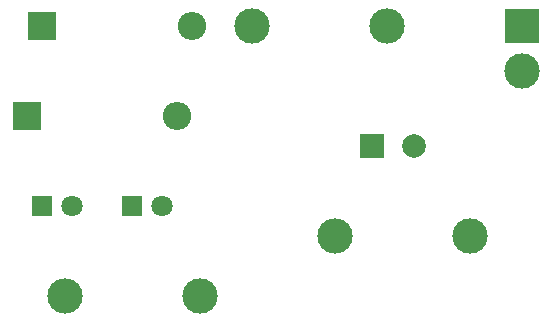
<source format=gbr>
%TF.GenerationSoftware,KiCad,Pcbnew,(6.0.4)*%
%TF.CreationDate,2022-05-29T20:56:59+05:30*%
%TF.ProjectId,bike turning signal indicator circuit,62696b65-2074-4757-926e-696e67207369,rev?*%
%TF.SameCoordinates,Original*%
%TF.FileFunction,Copper,L2,Bot*%
%TF.FilePolarity,Positive*%
%FSLAX46Y46*%
G04 Gerber Fmt 4.6, Leading zero omitted, Abs format (unit mm)*
G04 Created by KiCad (PCBNEW (6.0.4)) date 2022-05-29 20:56:59*
%MOMM*%
%LPD*%
G01*
G04 APERTURE LIST*
%TA.AperFunction,ComponentPad*%
%ADD10R,2.400000X2.400000*%
%TD*%
%TA.AperFunction,ComponentPad*%
%ADD11O,2.400000X2.400000*%
%TD*%
%TA.AperFunction,ComponentPad*%
%ADD12C,3.000000*%
%TD*%
%TA.AperFunction,ComponentPad*%
%ADD13O,3.000000X3.000000*%
%TD*%
%TA.AperFunction,ComponentPad*%
%ADD14R,1.800000X1.800000*%
%TD*%
%TA.AperFunction,ComponentPad*%
%ADD15C,1.800000*%
%TD*%
%TA.AperFunction,ComponentPad*%
%ADD16R,2.000000X2.000000*%
%TD*%
%TA.AperFunction,ComponentPad*%
%ADD17C,2.000000*%
%TD*%
%TA.AperFunction,ComponentPad*%
%ADD18R,3.000000X3.000000*%
%TD*%
G04 APERTURE END LIST*
D10*
%TO.P,D3,1,K*%
%TO.N,Net-(D3-Pad1)*%
X106680000Y-60960000D03*
D11*
%TO.P,D3,2,A*%
%TO.N,Net-(D2-Pad2)*%
X119380000Y-60960000D03*
%TD*%
D12*
%TO.P,R3,1*%
%TO.N,Net-(R2-Pad2)*%
X124460000Y-60960000D03*
D13*
%TO.P,R3,2*%
%TO.N,Net-(C1-Pad1)*%
X135860000Y-60960000D03*
%TD*%
D14*
%TO.P,D4,1,K*%
%TO.N,Net-(D1-Pad1)*%
X114300000Y-76200000D03*
D15*
%TO.P,D4,2,A*%
%TO.N,Net-(D3-Pad1)*%
X116840000Y-76200000D03*
%TD*%
D12*
%TO.P,R2,1*%
%TO.N,Net-(B1-Pad1)*%
X142860000Y-78740000D03*
D13*
%TO.P,R2,2*%
%TO.N,Net-(R2-Pad2)*%
X131460000Y-78740000D03*
%TD*%
D14*
%TO.P,D1,1,K*%
%TO.N,Net-(D1-Pad1)*%
X106680000Y-76200000D03*
D15*
%TO.P,D1,2,A*%
%TO.N,Net-(D1-Pad2)*%
X109220000Y-76200000D03*
%TD*%
D10*
%TO.P,D2,1,K*%
%TO.N,Net-(D1-Pad2)*%
X105410000Y-68580000D03*
D11*
%TO.P,D2,2,A*%
%TO.N,Net-(D2-Pad2)*%
X118110000Y-68580000D03*
%TD*%
D16*
%TO.P,C1,1*%
%TO.N,Net-(C1-Pad1)*%
X134620000Y-71120000D03*
D17*
%TO.P,C1,2*%
%TO.N,Net-(B1-Pad2)*%
X138120000Y-71120000D03*
%TD*%
D18*
%TO.P,B1,1,Pin_1*%
%TO.N,Net-(B1-Pad1)*%
X147320000Y-60960000D03*
D12*
%TO.P,B1,2,Pin_2*%
%TO.N,Net-(B1-Pad2)*%
X147320000Y-64840000D03*
%TD*%
%TO.P,R1,1*%
%TO.N,Net-(R1-Pad1)*%
X120000000Y-83820000D03*
D13*
%TO.P,R1,2*%
%TO.N,Net-(D1-Pad1)*%
X108600000Y-83820000D03*
%TD*%
M02*

</source>
